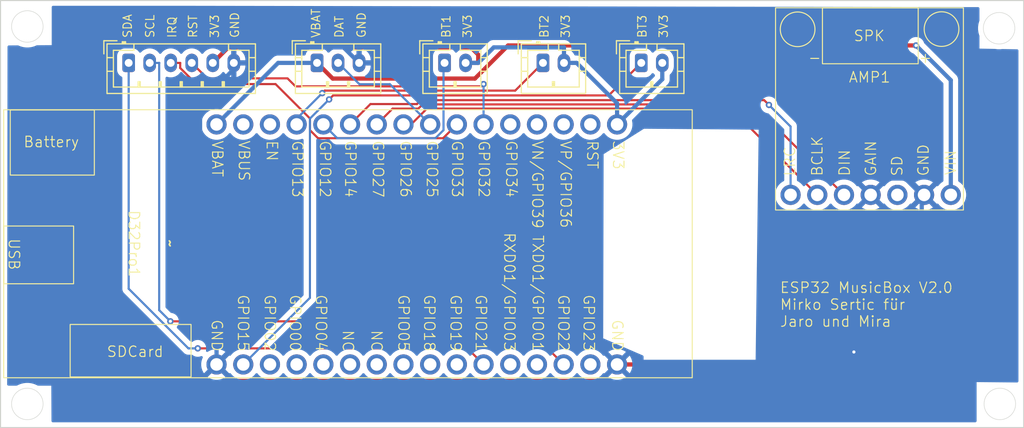
<source format=kicad_pcb>
(kicad_pcb (version 20241229) (generator "pcbnew") (generator_version "9.0")
  (layers (0 "F.Cu" signal) (2 "B.Cu" signal) (13 "F.Paste" user) (15 "B.Paste" user) (5 "F.SilkS" user "F.Silkscreen") (7 "B.SilkS" user "B.Silkscreen") (1 "F.Mask" user) (3 "B.Mask" user) (25 "Edge.Cuts" user))
  (net 0 "")
  (net 1 "3V3")
  (net 2 "/BT1")
  (net 3 "/BT2")
  (net 4 "/BT3")
  (net 5 "GND")
  (net 6 "VBAT")
  (net 7 "/ADR_LED")
  (net 8 "/RFID_IRQ")
  (net 9 "/I2C_SDA")
  (net 10 "/RFID_RST")
  (net 11 "/I2C_SCL")
  (net 12 "/SPI_SCK")
  (net 13 "/SPI_SS")
  (net 14 "/SPI_MOSI")
  (net 15 "/SPI_MISO")
  (net 16 "/I2S_WS")
  (net 17 "/I2S_DIN")
  (net 18 "/I2S_BCK")
  (footprint "Connector_JST:JST_PH_B2B-PH-K_1x02_P2.00mm_Vertical" (layer "F.Cu") (at 132.37 38.94)
    (property "Reference" "BT1Con1" (hide yes))
    (property "Value" "~" (hide yes))
    (fp_line (start -2.36 -2.11) (end -2.36 -0.86) (stroke (width 0.12)) (layer "F.SilkS"))
    (fp_line (start -2.06 -1.81) (end -2.06 2.91) (stroke (width 0.12)) (layer "F.SilkS"))
    (fp_line (start -2.06 -0.5) (end -1.45 -0.5) (stroke (width 0.12)) (layer "F.SilkS"))
    (fp_line (start -2.06 0.8) (end -1.45 0.8) (stroke (width 0.12)) (layer "F.SilkS"))
    (fp_line (start -2.06 2.91) (end 4.06 2.91) (stroke (width 0.12)) (layer "F.SilkS"))
    (fp_line (start -1.45 -1.2) (end -1.45 2.3) (stroke (width 0.12)) (layer "F.SilkS"))
    (fp_line (start -1.45 2.3) (end 3.45 2.3) (stroke (width 0.12)) (layer "F.SilkS"))
    (fp_line (start -1.11 -2.11) (end -2.36 -2.11) (stroke (width 0.12)) (layer "F.SilkS"))
    (fp_line (start -0.6 -2.01) (end -0.6 -1.81) (stroke (width 0.12)) (layer "F.SilkS"))
    (fp_line (start -0.3 -2.01) (end -0.6 -2.01) (stroke (width 0.12)) (layer "F.SilkS"))
    (fp_line (start -0.3 -1.91) (end -0.6 -1.91) (stroke (width 0.12)) (layer "F.SilkS"))
    (fp_line (start -0.3 -1.81) (end -0.3 -2.01) (stroke (width 0.12)) (layer "F.SilkS"))
    (fp_line (start 0.5 -1.81) (end 0.5 -1.2) (stroke (width 0.12)) (layer "F.SilkS"))
    (fp_line (start 0.5 -1.2) (end -1.45 -1.2) (stroke (width 0.12)) (layer "F.SilkS"))
    (fp_line (start 0.9 1.8) (end 1.1 1.8) (stroke (width 0.12)) (layer "F.SilkS"))
    (fp_line (start 0.9 2.3) (end 0.9 1.8) (stroke (width 0.12)) (layer "F.SilkS"))
    (fp_line (start 1 2.3) (end 1 1.8) (stroke (width 0.12)) (layer "F.SilkS"))
    (fp_line (start 1.1 1.8) (end 1.1 2.3) (stroke (width 0.12)) (layer "F.SilkS"))
    (fp_line (start 1.5 -1.2) (end 1.5 -1.81) (stroke (width 0.12)) (layer "F.SilkS"))
    (fp_line (start 3.45 -1.2) (end 1.5 -1.2) (stroke (width 0.12)) (layer "F.SilkS"))
    (fp_line (start 3.45 2.3) (end 3.45 -1.2) (stroke (width 0.12)) (layer "F.SilkS"))
    (fp_line (start 4.06 -1.81) (end -2.06 -1.81) (stroke (width 0.12)) (layer "F.SilkS"))
    (fp_line (start 4.06 -0.5) (end 3.45 -0.5) (stroke (width 0.12)) (layer "F.SilkS"))
    (fp_line (start 4.06 0.8) (end 3.45 0.8) (stroke (width 0.12)) (layer "F.SilkS"))
    (fp_line (start 4.06 2.91) (end 4.06 -1.81) (stroke (width 0.12)) (layer "F.SilkS"))
    (pad "1" thru_hole roundrect (at 0 0) (size 1.2 1.75) (drill 0.75) (layers "*.Cu" "*.Mask") (roundrect_rratio 0.208333) (net 2 "/BT1"))
    (pad "2" thru_hole oval (at 2 0) (size 1.2 1.75) (drill 0.75) (layers "*.Cu" "*.Mask") (net 1 "3V3"))
  )
  (footprint "CustomFootprints:ESPD32Pro" (layer "F.Cu") (at 125.3366 56.0601 -90)
    (property "Reference" "D32Pro1" (at 0.089864 22.506551 270) (layer "F.SilkS") (effects (font (thickness 0.1))))
    (property "Value" "~" (at 0.089864 19.081551 270) (layer "F.SilkS"))
    (fp_rect (start -1.585136 28.256551) (end 3.914864 34.896551) (stroke (width 0.1)) (fill no) (layer "F.SilkS"))
    (fp_rect (start -12.635136 26.281551) (end -6.435136 34.281551) (stroke (width 0.1)) (fill no) (layer "F.SilkS"))
    (fp_rect (start 7.789864 17.081551) (end 12.789864 28.581551) (stroke (width 0.1)) (fill no) (layer "F.SilkS"))
    (fp_rect (start -12.660136 -30.593449) (end 12.864864 34.906551) (stroke (width 0.1)) (fill no) (layer "F.SilkS"))
    (fp_text user "RXD01/GPIO03" (at -1.028231 -12.623449 270) (layer "F.SilkS") (effects (font (thickness 0.1)) (justify left bottom)))
    (fp_text user "VN/GPIO39" (at -9.790136 -15.283449 270) (layer "F.SilkS") (effects (font (thickness 0.1)) (justify left bottom)))
    (fp_text user "GPIO19" (at 4.876531 -7.513449 270) (layer "F.SilkS") (effects (font (thickness 0.1)) (justify left bottom)))
    (fp_text user "RST" (at -9.790136 -20.513449 270) (layer "F.SilkS") (effects (font (thickness 0.1)) (justify left bottom)))
    (fp_text user "VBAT" (at -9.790136 15.166551 270) (layer "F.SilkS") (effects (font (thickness 0.1)) (justify left bottom)))
    (fp_text user "TXD01/GPIO01" (at -0.790136 -15.323449 270) (layer "F.SilkS") (effects (font (thickness 0.1)) (justify left bottom)))
    (fp_text user "GPIO02" (at 4.876531 10.166551 270) (layer "F.SilkS") (effects (font (thickness 0.1)) (justify left bottom)))
    (fp_text user "3V3" (at -9.790136 -22.973449 270) (layer "F.SilkS") (effects (font (thickness 0.1)) (justify left bottom)))
    (fp_text user "GPIO18" (at 4.876531 -5.003449 270) (layer "F.SilkS") (effects (font (thickness 0.1)) (justify left bottom)))
    (fp_text user "VBUS" (at -9.790136 12.626551 270) (layer "F.SilkS") (effects (font (thickness 0.1)) (justify left bottom)))
    (fp_text user "GPIO27" (at -9.790136 -0.123449 270) (layer "F.SilkS") (effects (font (thickness 0.1)) (justify left bottom)))
    (fp_text user "GPIO34" (at -9.790136 -12.803449 270) (layer "F.SilkS") (effects (font (thickness 0.1)) (justify left bottom)))
    (fp_text user "EN" (at -9.790136 9.966551 270) (layer "F.SilkS") (effects (font (thickness 0.1)) (justify left bottom)))
    (fp_text user "GPIO33" (at -9.790136 -7.653449 270) (layer "F.SilkS") (effects (font (thickness 0.1)) (justify left bottom)))
    (fp_text user "GPIO25" (at -9.790136 -5.263449 270) (layer "F.SilkS") (effects (font (thickness 0.1)) (justify left bottom)))
    (fp_text user "GPIO32" (at -9.790136 -10.193449 270) (layer "F.SilkS") (effects (font (thickness 0.1)) (justify left bottom)))
    (fp_text user "GPIO04" (at 4.876531 5.296551 270) (layer "F.SilkS") (effects (font (thickness 0.1)) (justify left bottom)))
    (fp_text user "NC" (at 8.257483 0.016551 270) (layer "F.SilkS") (effects (font (thickness 0.1)) (justify left bottom)))
    (fp_text user "GPIO12" (at -9.790136 4.906551 270) (layer "F.SilkS") (effects (font (thickness 0.1)) (justify left bottom)))
    (fp_text user "GPIO14" (at -9.790136 2.506551 270) (layer "F.SilkS") (effects (font (thickness 0.1)) (justify left bottom)))
    (fp_text user "GPIO26" (at -9.790136 -2.753449 270) (layer "F.SilkS") (effects (font (thickness 0.1)) (justify left bottom)))
    (fp_text user "GPIO15" (at 4.876531 12.706551 270) (layer "F.SilkS") (effects (font (thickness 0.1)) (justify left bottom)))
    (fp_text user "VP/GPIO36" (at -9.790136 -17.973449 270) (layer "F.SilkS") (effects (font (thickness 0.1)) (justify left bottom)))
    (fp_text user "Battery" (at -9.010136 33.081551 0) (layer "F.SilkS") (effects (font (thickness 0.1)) (justify left bottom)))
    (fp_text user "GPIO22" (at 4.876531 -17.763449 270) (layer "F.SilkS") (effects (font (thickness 0.1)) (justify left bottom)))
    (fp_text user "USB" (at -0.460136 34.506551 270) (layer "F.SilkS") (effects (font (thickness 0.1)) (justify left bottom)))
    (fp_text user "NC" (at 8.257483 2.736551 270) (layer "F.SilkS") (effects (font (thickness 0.1)) (justify left bottom)))
    (fp_text user "SDCard" (at 10.964864 25.156551 0) (layer "F.SilkS") (effects (font (thickness 0.1)) (justify left bottom)))
    (fp_text user "GPIO23" (at 4.876531 -20.173449 270) (layer "F.SilkS") (effects (font (thickness 0.1)) (justify left bottom)))
    (fp_text user "GPIO05" (at 4.876531 -2.553449 270) (layer "F.SilkS") (effects (font (thickness 0.1)) (justify left bottom)))
    (fp_text user "GPIO00" (at 4.876531 7.756551 270) (layer "F.SilkS") (effects (font (thickness 0.1)) (justify left bottom)))
    (fp_text user "GPIO13" (at -9.790136 7.536551 270) (layer "F.SilkS") (effects (font (thickness 0.1)) (justify left bottom)))
    (fp_text user "GND" (at 7.257483 -22.893449 270) (layer "F.SilkS") (effects (font (thickness 0.1)) (justify left bottom)))
    (fp_text user "GND" (at 7.257483 15.206551 270) (layer "F.SilkS") (effects (font (thickness 0.1)) (justify left bottom)))
    (fp_text user "GPIO21" (at 4.876531 -9.913449 270) (layer "F.SilkS") (effects (font (thickness 0.1)) (justify left bottom)))
    (pad "1" thru_hole circle (at -11.260136 -23.443449 270) (size 1.92 1.92) (drill 1.2) (layers "*.Cu" "*.Mask") (net 1 "3V3"))
    (pad "2" thru_hole circle (at -11.260136 -20.903449 270) (size 1.92 1.92) (drill 1.2) (layers "*.Cu" "*.Mask"))
    (pad "3" thru_hole circle (at -11.260136 -18.363449 270) (size 1.92 1.92) (drill 1.2) (layers "*.Cu" "*.Mask"))
    (pad "4" thru_hole circle (at -11.260136 -15.823449 270) (size 1.92 1.92) (drill 1.2) (layers "*.Cu" "*.Mask"))
    (pad "5" thru_hole circle (at -11.260136 -13.283449 270) (size 1.92 1.92) (drill 1.2) (layers "*.Cu" "*.Mask"))
    (pad "6" thru_hole circle (at -11.260136 -10.743449 270) (size 1.92 1.92) (drill 1.2) (layers "*.Cu" "*.Mask") (net 10 "/RFID_RST"))
    (pad "7" thru_hole circle (at -11.260136 -8.203449 270) (size 1.92 1.92) (drill 1.2) (layers "*.Cu" "*.Mask") (net 8 "/RFID_IRQ"))
    (pad "8" thru_hole circle (at -11.260136 -5.663449 270) (size 1.92 1.92) (drill 1.2) (layers "*.Cu" "*.Mask") (net 7 "/ADR_LED"))
    (pad "9" thru_hole circle (at -11.260136 -3.123449 270) (size 1.92 1.92) (drill 1.2) (layers "*.Cu" "*.Mask") (net 18 "/I2S_BCK"))
    (pad "10" thru_hole circle (at -11.260136 -0.583449 270) (size 1.92 1.92) (drill 1.2) (layers "*.Cu" "*.Mask") (net 17 "/I2S_DIN"))
    (pad "11" thru_hole circle (at -11.260136 1.956551 270) (size 1.92 1.92) (drill 1.2) (layers "*.Cu" "*.Mask") (net 16 "/I2S_WS"))
    (pad "12" thru_hole circle (at -11.260136 4.496551 270) (size 1.92 1.92) (drill 1.2) (layers "*.Cu" "*.Mask") (net 2 "/BT1"))
    (pad "13" thru_hole circle (at -11.260136 7.036551 270) (size 1.92 1.92) (drill 1.2) (layers "*.Cu" "*.Mask") (net 3 "/BT2"))
    (pad "14" thru_hole circle (at -11.260136 9.576551 270) (size 1.92 1.92) (drill 1.2) (layers "*.Cu" "*.Mask"))
    (pad "15" thru_hole circle (at -11.260136 12.116551 270) (size 1.92 1.92) (drill 1.2) (layers "*.Cu" "*.Mask"))
    (pad "16" thru_hole circle (at -11.260136 14.656551 270) (size 1.92 1.92) (drill 1.2) (layers "*.Cu" "*.Mask") (net 6 "VBAT"))
    (pad "17" thru_hole circle (at 11.599864 -23.443449 270) (size 1.92 1.92) (drill 1.2) (layers "*.Cu" "*.Mask") (net 5 "GND"))
    (pad "18" thru_hole circle (at 11.599864 -20.903449 270) (size 1.92 1.92) (drill 1.2) (layers "*.Cu" "*.Mask") (net 14 "/SPI_MOSI"))
    (pad "19" thru_hole circle (at 11.599864 -18.363449 270) (size 1.92 1.92) (drill 1.2) (layers "*.Cu" "*.Mask") (net 11 "/I2C_SCL"))
    (pad "20" thru_hole circle (at 11.599864 -15.823449 270) (size 1.92 1.92) (drill 1.2) (layers "*.Cu" "*.Mask"))
    (pad "21" thru_hole circle (at 11.599864 -13.283449 270) (size 1.92 1.92) (drill 1.2) (layers "*.Cu" "*.Mask"))
    (pad "22" thru_hole circle (at 11.599864 -10.743449 270) (size 1.92 1.92) (drill 1.2) (layers "*.Cu" "*.Mask") (net 9 "/I2C_SDA"))
    (pad "23" thru_hole circle (at 11.599864 -8.203449 270) (size 1.92 1.92) (drill 1.2) (layers "*.Cu" "*.Mask") (net 15 "/SPI_MISO"))
    (pad "24" thru_hole circle (at 11.599864 -5.663449 270) (size 1.92 1.92) (drill 1.2) (layers "*.Cu" "*.Mask") (net 12 "/SPI_SCK"))
    (pad "25" thru_hole circle (at 11.599864 -3.123449 270) (size 1.92 1.92) (drill 1.2) (layers "*.Cu" "*.Mask"))
    (pad "26" thru_hole circle (at 11.599864 -0.583449 270) (size 1.92 1.92) (drill 1.2) (layers "*.Cu" "*.Mask"))
    (pad "27" thru_hole circle (at 11.599864 1.956551 270) (size 1.92 1.92) (drill 1.2) (layers "*.Cu" "*.Mask"))
    (pad "28" thru_hole circle (at 11.599864 4.496551 270) (size 1.92 1.92) (drill 1.2) (layers "*.Cu" "*.Mask") (net 13 "/SPI_SS"))
    (pad "29" thru_hole circle (at 11.599864 7.036551 270) (size 1.92 1.92) (drill 1.2) (layers "*.Cu" "*.Mask"))
    (pad "30" thru_hole circle (at 11.599864 9.576551 270) (size 1.92 1.92) (drill 1.2) (layers "*.Cu" "*.Mask"))
    (pad "31" thru_hole circle (at 11.599864 12.116551 270) (size 1.92 1.92) (drill 1.2) (layers "*.Cu" "*.Mask") (net 4 "/BT3"))
    (pad "32" thru_hole circle (at 11.599864 14.656551 270) (size 1.92 1.92) (drill 1.2) (layers "*.Cu" "*.Mask") (net 5 "GND"))
  )
  (footprint "CustomFootprints:MAX98357A" (layer "F.Cu") (at 172.905 43.89)
    (property "Reference" "AMP1" (at -0.1 -3.585 0) (layer "F.SilkS") (effects (font (thickness 0.1))))
    (property "Value" "~" (hide yes))
    (fp_rect (start -9.05 -10.2) (end 8.82 9.06) (stroke (width 0.1)) (fill no) (layer "F.SilkS"))
    (fp_rect (start -4.59 -10.2) (end 4.52 -4.87) (stroke (width 0.1)) (fill no) (layer "F.SilkS"))
    (fp_circle (center -6.95 -8.15) (end -5.3 -8.15) (stroke (width 0.1)) (fill no) (layer "F.SilkS"))
    (fp_circle (center 6.74 -8.17) (end 8.39 -8.17) (stroke (width 0.1)) (fill no) (layer "F.SilkS"))
    (fp_text user "-" (at -6.01 -4.87 0) (layer "F.SilkS") (effects (font (thickness 0.1)) (justify left bottom)))
    (fp_text user "DIN" (at -1.9 5.9 90) (layer "F.SilkS") (effects (font (thickness 0.1)) (justify left bottom)))
    (fp_text user "GAIN" (at 0.6 5.9 90) (layer "F.SilkS") (effects (font (thickness 0.1)) (justify left bottom)))
    (fp_text user "+" (at 4.52 -4.87 0) (layer "F.SilkS") (effects (font (thickness 0.1)) (justify left bottom)))
    (fp_text user "LRC" (at -7.1 5.9 90) (layer "F.SilkS") (effects (font (thickness 0.1)) (justify left bottom)))
    (fp_text user "VIN" (at 8.2 5.8 90) (layer "F.SilkS") (effects (font (thickness 0.1)) (justify left bottom)))
    (fp_text user "BCLK" (at -4.5 5.9 90) (layer "F.SilkS") (effects (font (thickness 0.1)) (justify left bottom)))
    (fp_text user "GND" (at 5.6 5.9 90) (layer "F.SilkS") (effects (font (thickness 0.1)) (justify left bottom)))
    (fp_text user "SPK" (at -1.68 -6.94 0) (layer "F.SilkS") (effects (font (thickness 0.1)) (justify left bottom)))
    (fp_text user "SD" (at 3.1 5.9 90) (layer "F.SilkS") (effects (font (thickness 0.1)) (justify left bottom)))
    (pad "1" thru_hole circle (at -7.62 7.62) (size 1.92 1.92) (drill 1.2) (layers "*.Cu" "*.Mask") (net 16 "/I2S_WS"))
    (pad "2" thru_hole circle (at -5.08 7.62) (size 1.92 1.92) (drill 1.2) (layers "*.Cu" "*.Mask") (net 18 "/I2S_BCK"))
    (pad "3" thru_hole circle (at -2.54 7.62) (size 1.92 1.92) (drill 1.2) (layers "*.Cu" "*.Mask") (net 17 "/I2S_DIN"))
    (pad "4" thru_hole circle (at 0 7.62) (size 1.92 1.92) (drill 1.2) (layers "*.Cu" "*.Mask") (net 5 "GND"))
    (pad "5" thru_hole circle (at 2.54 7.62) (size 1.92 1.92) (drill 1.2) (layers "*.Cu" "*.Mask"))
    (pad "6" thru_hole circle (at 5.08 7.62) (size 1.92 1.92) (drill 1.2) (layers "*.Cu" "*.Mask") (net 5 "GND"))
    (pad "7" thru_hole circle (at 7.62 7.62) (size 1.92 1.92) (drill 1.2) (layers "*.Cu" "*.Mask") (net 6 "VBAT"))
  )
  (footprint "Connector_JST:JST_PH_B6B-PH-K_1x06_P2.00mm_Vertical" (layer "F.Cu") (at 102.32 38.94)
    (property "Reference" "RFIDCon1" (hide yes))
    (property "Value" "Conn_01x06_Socket" (hide yes))
    (fp_line (start -2.36 -2.11) (end -2.36 -0.86) (stroke (width 0.12)) (layer "F.SilkS"))
    (fp_line (start -2.06 -1.81) (end -2.06 2.91) (stroke (width 0.12)) (layer "F.SilkS"))
    (fp_line (start -2.06 -0.5) (end -1.45 -0.5) (stroke (width 0.12)) (layer "F.SilkS"))
    (fp_line (start -2.06 0.8) (end -1.45 0.8) (stroke (width 0.12)) (layer "F.SilkS"))
    (fp_line (start -2.06 2.91) (end 12.06 2.91) (stroke (width 0.12)) (layer "F.SilkS"))
    (fp_line (start -1.45 -1.2) (end -1.45 2.3) (stroke (width 0.12)) (layer "F.SilkS"))
    (fp_line (start -1.45 2.3) (end 11.45 2.3) (stroke (width 0.12)) (layer "F.SilkS"))
    (fp_line (start -1.11 -2.11) (end -2.36 -2.11) (stroke (width 0.12)) (layer "F.SilkS"))
    (fp_line (start -0.6 -2.01) (end -0.6 -1.81) (stroke (width 0.12)) (layer "F.SilkS"))
    (fp_line (start -0.3 -2.01) (end -0.6 -2.01) (stroke (width 0.12)) (layer "F.SilkS"))
    (fp_line (start -0.3 -1.91) (end -0.6 -1.91) (stroke (width 0.12)) (layer "F.SilkS"))
    (fp_line (start -0.3 -1.81) (end -0.3 -2.01) (stroke (width 0.12)) (layer "F.SilkS"))
    (fp_line (start 0.5 -1.81) (end 0.5 -1.2) (stroke (width 0.12)) (layer "F.SilkS"))
    (fp_line (start 0.5 -1.2) (end -1.45 -1.2) (stroke (width 0.12)) (layer "F.SilkS"))
    (fp_line (start 0.9 1.8) (end 1.1 1.8) (stroke (width 0.12)) (layer "F.SilkS"))
    (fp_line (start 0.9 2.3) (end 0.9 1.8) (stroke (width 0.12)) (layer "F.SilkS"))
    (fp_line (start 1 2.3) (end 1 1.8) (stroke (width 0.12)) (layer "F.SilkS"))
    (fp_line (start 1.1 1.8) (end 1.1 2.3) (stroke (width 0.12)) (layer "F.SilkS"))
    (fp_line (start 2.9 1.8) (end 3.1 1.8) (stroke (width 0.12)) (layer "F.SilkS"))
    (fp_line (start 2.9 2.3) (end 2.9 1.8) (stroke (width 0.12)) (layer "F.SilkS"))
    (fp_line (start 3 2.3) (end 3 1.8) (stroke (width 0.12)) (layer "F.SilkS"))
    (fp_line (start 3.1 1.8) (end 3.1 2.3) (stroke (width 0.12)) (layer "F.SilkS"))
    (fp_line (start 4.9 1.8) (end 5.1 1.8) (stroke (width 0.12)) (layer "F.SilkS"))
    (fp_line (start 4.9 2.3) (end 4.9 1.8) (stroke (width 0.12)) (layer "F.SilkS"))
    (fp_line (start 5 2.3) (end 5 1.8) (stroke (width 0.12)) (layer "F.SilkS"))
    (fp_line (start 5.1 1.8) (end 5.1 2.3) (stroke (width 0.12)) (layer "F.SilkS"))
    (fp_line (start 6.9 1.8) (end 7.1 1.8) (stroke (width 0.12)) (layer "F.SilkS"))
    (fp_line (start 6.9 2.3) (end 6.9 1.8) (stroke (width 0.12)) (layer "F.SilkS"))
    (fp_line (start 7 2.3) (end 7 1.8) (stroke (width 0.12)) (layer "F.SilkS"))
    (fp_line (start 7.1 1.8) (end 7.1 2.3) (stroke (width 0.12)) (layer "F.SilkS"))
    (fp_line (start 8.9 1.8) (end 9.1 1.8) (stroke (width 0.12)) (layer "F.SilkS"))
    (fp_line (start 8.9 2.3) (end 8.9 1.8) (stroke (width 0.12)) (layer "F.SilkS"))
    (fp_line (start 9 2.3) (end 9 1.8) (stroke (width 0.12)) (layer "F.SilkS"))
    (fp_line (start 9.1 1.8) (end 9.1 2.3) (stroke (width 0.12)) (layer "F.SilkS"))
    (fp_line (start 9.5 -1.2) (end 9.5 -1.81) (stroke (width 0.12)) (layer "F.SilkS"))
    (fp_line (start 11.45 -1.2) (end 9.5 -1.2) (stroke (width 0.12)) (layer "F.SilkS"))
    (fp_line (start 11.45 2.3) (end 11.45 -1.2) (stroke (width 0.12)) (layer "F.SilkS"))
    (fp_line (start 12.06 -1.81) (end -2.06 -1.81) (stroke (width 0.12)) (layer "F.SilkS"))
    (fp_line (start 12.06 -0.5) (end 11.45 -0.5) (stroke (width 0.12)) (layer "F.SilkS"))
    (fp_line (start 12.06 0.8) (end 11.45 0.8) (stroke (width 0.12)) (layer "F.SilkS"))
    (fp_line (start 12.06 2.91) (end 12.06 -1.81) (stroke (width 0.12)) (layer "F.SilkS"))
    (pad "1" thru_hole roundrect (at 0 0) (size 1.2 1.75) (drill 0.75) (layers "*.Cu" "*.Mask") (roundrect_rratio 0.208333) (net 9 "/I2C_SDA"))
    (pad "2" thru_hole oval (at 2 0) (size 1.2 1.75) (drill 0.75) (layers "*.Cu" "*.Mask") (net 11 "/I2C_SCL"))
    (pad "3" thru_hole oval (at 4 0) (size 1.2 1.75) (drill 0.75) (layers "*.Cu" "*.Mask") (net 8 "/RFID_IRQ"))
    (pad "4" thru_hole oval (at 6 0) (size 1.2 1.75) (drill 0.75) (layers "*.Cu" "*.Mask") (net 10 "/RFID_RST"))
    (pad "5" thru_hole oval (at 8 0) (size 1.2 1.75) (drill 0.75) (layers "*.Cu" "*.Mask") (net 1 "3V3"))
    (pad "6" thru_hole oval (at 10 0) (size 1.2 1.75) (drill 0.75) (layers "*.Cu" "*.Mask") (net 5 "GND"))
  )
  (footprint "Connector_JST:JST_PH_B2B-PH-K_1x02_P2.00mm_Vertical" (layer "F.Cu") (at 151.08 38.94)
    (property "Reference" "BT3Con1" (hide yes))
    (property "Value" "~" (hide yes))
    (fp_line (start -2.36 -2.11) (end -2.36 -0.86) (stroke (width 0.12)) (layer "F.SilkS"))
    (fp_line (start -2.06 -1.81) (end -2.06 2.91) (stroke (width 0.12)) (layer "F.SilkS"))
    (fp_line (start -2.06 -0.5) (end -1.45 -0.5) (stroke (width 0.12)) (layer "F.SilkS"))
    (fp_line (start -2.06 0.8) (end -1.45 0.8) (stroke (width 0.12)) (layer "F.SilkS"))
    (fp_line (start -2.06 2.91) (end 4.06 2.91) (stroke (width 0.12)) (layer "F.SilkS"))
    (fp_line (start -1.45 -1.2) (end -1.45 2.3) (stroke (width 0.12)) (layer "F.SilkS"))
    (fp_line (start -1.45 2.3) (end 3.45 2.3) (stroke (width 0.12)) (layer "F.SilkS"))
    (fp_line (start -1.11 -2.11) (end -2.36 -2.11) (stroke (width 0.12)) (layer "F.SilkS"))
    (fp_line (start -0.6 -2.01) (end -0.6 -1.81) (stroke (width 0.12)) (layer "F.SilkS"))
    (fp_line (start -0.3 -2.01) (end -0.6 -2.01) (stroke (width 0.12)) (layer "F.SilkS"))
    (fp_line (start -0.3 -1.91) (end -0.6 -1.91) (stroke (width 0.12)) (layer "F.SilkS"))
    (fp_line (start -0.3 -1.81) (end -0.3 -2.01) (stroke (width 0.12)) (layer "F.SilkS"))
    (fp_line (start 0.5 -1.81) (end 0.5 -1.2) (stroke (width 0.12)) (layer "F.SilkS"))
    (fp_line (start 0.5 -1.2) (end -1.45 -1.2) (stroke (width 0.12)) (layer "F.SilkS"))
    (fp_line (start 0.9 1.8) (end 1.1 1.8) (stroke (width 0.12)) (layer "F.SilkS"))
    (fp_line (start 0.9 2.3) (end 0.9 1.8) (stroke (width 0.12)) (layer "F.SilkS"))
    (fp_line (start 1 2.3) (end 1 1.8) (stroke (width 0.12)) (layer "F.SilkS"))
    (fp_line (start 1.1 1.8) (end 1.1 2.3) (stroke (width 0.12)) (layer "F.SilkS"))
    (fp_line (start 1.5 -1.2) (end 1.5 -1.81) (stroke (width 0.12)) (layer "F.SilkS"))
    (fp_line (start 3.45 -1.2) (end 1.5 -1.2) (stroke (width 0.12)) (layer "F.SilkS"))
    (fp_line (start 3.45 2.3) (end 3.45 -1.2) (stroke (width 0.12)) (layer "F.SilkS"))
    (fp_line (start 4.06 -1.81) (end -2.06 -1.81) (stroke (width 0.12)) (layer "F.SilkS"))
    (fp_line (start 4.06 -0.5) (end 3.45 -0.5) (stroke (width 0.12)) (layer "F.SilkS"))
    (fp_line (start 4.06 0.8) (end 3.45 0.8) (stroke (width 0.12)) (layer "F.SilkS"))
    (fp_line (start 4.06 2.91) (end 4.06 -1.81) (stroke (width 0.12)) (layer "F.SilkS"))
    (pad "1" thru_hole roundrect (at 0 0) (size 1.2 1.75) (drill 0.75) (layers "*.Cu" "*.Mask") (roundrect_rratio 0.208333) (net 4 "/BT3"))
    (pad "2" thru_hole oval (at 2 0) (size 1.2 1.75) (drill 0.75) (layers "*.Cu" "*.Mask") (net 1 "3V3"))
  )
  (footprint "Connector_JST:JST_PH_B3B-PH-K_1x03_P2.00mm_Vertical" (layer "F.Cu") (at 120.24 38.94)
    (property "Reference" "NeoPixelCon1" (hide yes))
    (property "Value" "~" (hide yes))
    (fp_line (start -2.36 -2.11) (end -2.36 -0.86) (stroke (width 0.12)) (layer "F.SilkS"))
    (fp_line (start -2.06 -1.81) (end -2.06 2.91) (stroke (width 0.12)) (layer "F.SilkS"))
    (fp_line (start -2.06 -0.5) (end -1.45 -0.5) (stroke (width 0.12)) (layer "F.SilkS"))
    (fp_line (start -2.06 0.8) (end -1.45 0.8) (stroke (width 0.12)) (layer "F.SilkS"))
    (fp_line (start -2.06 2.91) (end 6.06 2.91) (stroke (width 0.12)) (layer "F.SilkS"))
    (fp_line (start -1.45 -1.2) (end -1.45 2.3) (stroke (width 0.12)) (layer "F.SilkS"))
    (fp_line (start -1.45 2.3) (end 5.45 2.3) (stroke (width 0.12)) (layer "F.SilkS"))
    (fp_line (start -1.11 -2.11) (end -2.36 -2.11) (stroke (width 0.12)) (layer "F.SilkS"))
    (fp_line (start -0.6 -2.01) (end -0.6 -1.81) (stroke (width 0.12)) (layer "F.SilkS"))
    (fp_line (start -0.3 -2.01) (end -0.6 -2.01) (stroke (width 0.12)) (layer "F.SilkS"))
    (fp_line (start -0.3 -1.91) (end -0.6 -1.91) (stroke (width 0.12)) (layer "F.SilkS"))
    (fp_line (start -0.3 -1.81) (end -0.3 -2.01) (stroke (width 0.12)) (layer "F.SilkS"))
    (fp_line (start 0.5 -1.81) (end 0.5 -1.2) (stroke (width 0.12)) (layer "F.SilkS"))
    (fp_line (start 0.5 -1.2) (end -1.45 -1.2) (stroke (width 0.12)) (layer "F.SilkS"))
    (fp_line (start 0.9 1.8) (end 1.1 1.8) (stroke (width 0.12)) (layer "F.SilkS"))
    (fp_line (start 0.9 2.3) (end 0.9 1.8) (stroke (width 0.12)) (layer "F.SilkS"))
    (fp_line (start 1 2.3) (end 1 1.8) (stroke (width 0.12)) (layer "F.SilkS"))
    (fp_line (start 1.1 1.8) (end 1.1 2.3) (stroke (width 0.12)) (layer "F.SilkS"))
    (fp_line (start 2.9 1.8) (end 3.1 1.8) (stroke (width 0.12)) (layer "F.SilkS"))
    (fp_line (start 2.9 2.3) (end 2.9 1.8) (stroke (width 0.12)) (layer "F.SilkS"))
    (fp_line (start 3 2.3) (end 3 1.8) (stroke (width 0.12)) (layer "F.SilkS"))
    (fp_line (start 3.1 1.8) (end 3.1 2.3) (stroke (width 0.12)) (layer "F.SilkS"))
    (fp_line (start 3.5 -1.2) (end 3.5 -1.81) (stroke (width 0.12)) (layer "F.SilkS"))
    (fp_line (start 5.45 -1.2) (end 3.5 -1.2) (stroke (width 0.12)) (layer "F.SilkS"))
    (fp_line (start 5.45 2.3) (end 5.45 -1.2) (stroke (width 0.12)) (layer "F.SilkS"))
    (fp_line (start 6.06 -1.81) (end -2.06 -1.81) (stroke (width 0.12)) (layer "F.SilkS"))
    (fp_line (start 6.06 -0.5) (end 5.45 -0.5) (stroke (width 0.12)) (layer "F.SilkS"))
    (fp_line (start 6.06 0.8) (end 5.45 0.8) (stroke (width 0.12)) (layer "F.SilkS"))
    (fp_line (start 6.06 2.91) (end 6.06 -1.81) (stroke (width 0.12)) (layer "F.SilkS"))
    (pad "1" thru_hole roundrect (at 0 0) (size 1.2 1.75) (drill 0.75) (layers "*.Cu" "*.Mask") (roundrect_rratio 0.208333) (net 6 "VBAT"))
    (pad "2" thru_hole oval (at 2 0) (size 1.2 1.75) (drill 0.75) (layers "*.Cu" "*.Mask") (net 7 "/ADR_LED"))
    (pad "3" thru_hole oval (at 4 0) (size 1.2 1.75) (drill 0.75) (layers "*.Cu" "*.Mask") (net 5 "GND"))
  )
  (footprint "Connector_JST:JST_PH_B2B-PH-K_1x02_P2.00mm_Vertical" (layer "F.Cu") (at 141.73 38.94)
    (property "Reference" "BT2Con1" (hide yes))
    (property "Value" "~" (hide yes))
    (fp_line (start -2.36 -2.11) (end -2.36 -0.86) (stroke (width 0.12)) (layer "F.SilkS"))
    (fp_line (start -2.06 -1.81) (end -2.06 2.91) (stroke (width 0.12)) (layer "F.SilkS"))
    (fp_line (start -2.06 -0.5) (end -1.45 -0.5) (stroke (width 0.12)) (layer "F.SilkS"))
    (fp_line (start -2.06 0.8) (end -1.45 0.8) (stroke (width 0.12)) (layer "F.SilkS"))
    (fp_line (start -2.06 2.91) (end 4.06 2.91) (stroke (width 0.12)) (layer "F.SilkS"))
    (fp_line (start -1.45 -1.2) (end -1.45 2.3) (stroke (width 0.12)) (layer "F.SilkS"))
    (fp_line (start -1.45 2.3) (end 3.45 2.3) (stroke (width 0.12)) (layer "F.SilkS"))
    (fp_line (start -1.11 -2.11) (end -2.36 -2.11) (stroke (width 0.12)) (layer "F.SilkS"))
    (fp_line (start -0.6 -2.01) (end -0.6 -1.81) (stroke (width 0.12)) (layer "F.SilkS"))
    (fp_line (start -0.3 -2.01) (end -0.6 -2.01) (stroke (width 0.12)) (layer "F.SilkS"))
    (fp_line (start -0.3 -1.91) (end -0.6 -1.91) (stroke (width 0.12)) (layer "F.SilkS"))
    (fp_line (start -0.3 -1.81) (end -0.3 -2.01) (stroke (width 0.12)) (layer "F.SilkS"))
    (fp_line (start 0.5 -1.81) (end 0.5 -1.2) (stroke (width 0.12)) (layer "F.SilkS"))
    (fp_line (start 0.5 -1.2) (end -1.45 -1.2) (stroke (width 0.12)) (layer "F.SilkS"))
    (fp_line (start 0.9 1.8) (end 1.1 1.8) (stroke (width 0.12)) (layer "F.SilkS"))
    (fp_line (start 0.9 2.3) (end 0.9 1.8) (stroke (width 0.12)) (layer "F.SilkS"))
    (fp_line (start 1 2.3) (end 1 1.8) (stroke (width 0.12)) (layer "F.SilkS"))
    (fp_line (start 1.1 1.8) (end 1.1 2.3) (stroke (width 0.12)) (layer "F.SilkS"))
    (fp_line (start 1.5 -1.2) (end 1.5 -1.81) (stroke (width 0.12)) (layer "F.SilkS"))
    (fp_line (start 3.45 -1.2) (end 1.5 -1.2) (stroke (width 0.12)) (layer "F.SilkS"))
    (fp_line (start 3.45 2.3) (end 3.45 -1.2) (stroke (width 0.12)) (layer "F.SilkS"))
    (fp_line (start 4.06 -1.81) (end -2.06 -1.81) (stroke (width 0.12)) (layer "F.SilkS"))
    (fp_line (start 4.06 -0.5) (end 3.45 -0.5) (stroke (width 0.12)) (layer "F.SilkS"))
    (fp_line (start 4.06 0.8) (end 3.45 0.8) (stroke (width 0.12)) (layer "F.SilkS"))
    (fp_line (start 4.06 2.91) (end 4.06 -1.81) (stroke (width 0.12)) (layer "F.SilkS"))
    (pad "1" thru_hole roundrect (at 0 0) (size 1.2 1.75) (drill 0.75) (layers "*.Cu" "*.Mask") (roundrect_rratio 0.208333) (net 3 "/BT2"))
    (pad "2" thru_hole oval (at 2 0) (size 1.2 1.75) (drill 0.75) (layers "*.Cu" "*.Mask") (net 1 "3V3"))
  )
  (gr_circle (center 92.68 71.42) (end 94.18 71.42) (stroke (width 0.05)) (fill no) (layer "Edge.Cuts"))
  (gr_circle (center 185.19 71.42) (end 186.69 71.42) (stroke (width 0.05)) (fill no) (layer "Edge.Cuts"))
  (gr_circle (center 92.68 35.47) (end 94.18 35.47) (stroke (width 0.05)) (fill no) (layer "Edge.Cuts"))
  (gr_rect (start 90.13 33) (end 187.46 73.67) (stroke (width 0.1)) (fill no) (layer "Edge.Cuts"))
  (gr_circle (center 185.12 35.64) (end 186.62 35.64) (stroke (width 0.05)) (fill no) (layer "Edge.Cuts"))
  (gr_text "SDA" (at 102.68 36.62 90) (layer "F.SilkS") (effects (font (size 0.8 0.8) (thickness 0.1)) (justify left bottom)))
  (gr_text "BT2" (at 142.32 36.62 90) (layer "F.SilkS") (effects (font (size 0.8 0.8) (thickness 0.1)) (justify left bottom)))
  (gr_text "3V3" (at 110.97 36.62 90) (layer "F.SilkS") (effects (font (size 0.8 0.8) (thickness 0.1)) (justify left bottom)))
  (gr_text "DAT" (at 122.82 36.62 90) (layer "F.SilkS") (effects (font (size 0.8 0.8) (thickness 0.1)) (justify left bottom)))
  (gr_text "GND" (at 112.88 36.62 90) (layer "F.SilkS") (effects (font (size 0.8 0.8) (thickness 0.1)) (justify left bottom)))
  (gr_text "VBAT" (at 120.6 36.62 90) (layer "F.SilkS") (effects (font (size 0.8 0.8) (thickness 0.1)) (justify left bottom)))
  (gr_text "GND" (at 124.93 36.62 90) (layer "F.SilkS") (effects (font (size 0.8 0.8) (thickness 0.1)) (justify left bottom)))
  (gr_text "BT3" (at 151.64 36.62 90) (layer "F.SilkS") (effects (font (size 0.8 0.8) (thickness 0.1)) (justify left bottom)))
  (gr_text "BT1" (at 132.99 36.62 90) (layer "F.SilkS") (effects (font (size 0.8 0.8) (thickness 0.1)) (justify left bottom)))
  (gr_text "IRQ" (at 106.92 36.62 90) (layer "F.SilkS") (effects (font (size 0.8 0.8) (thickness 0.1)) (justify left bottom)))
  (gr_text "SCL" (at 104.82 36.62 90) (layer "F.SilkS") (effects (font (size 0.8 0.8) (thickness 0.1)) (justify left bottom)))
  (gr_text "3V3" (at 135.02 36.62 90) (layer "F.SilkS") (effects (font (size 0.8 0.8) (thickness 0.1)) (justify left bottom)))
  (gr_text "3V3" (at 144.35 36.62 90) (layer "F.SilkS") (effects (font (size 0.8 0.8) (thickness 0.1)) (justify left bottom)))
  (gr_text "3V3" (at 153.67 36.62 90) (layer "F.SilkS") (effects (font (size 0.8 0.8) (thickness 0.1)) (justify left bottom)))
  (gr_text "ESP32 MusicBox V2.0\nMirko Sertic für \nJaro und Mira" (at 164.22 64.15 0) (layer "F.SilkS") (effects (font (size 1 1) (thickness 0.1)) (justify left bottom)))
  (gr_text "RST" (at 108.9 36.62 90) (layer "F.SilkS") (effects (font (size 0.8 0.8) (thickness 0.1)) (justify left bottom)))
  (segment (start 111.7987 37.4613) (end 134.8741 37.4613) (width 0.4) (layer "F.Cu") (net 1))
  (segment (start 110.32 38.94) (end 111.7987 37.4613) (width 0.4) (layer "F.Cu") (net 1))
  (segment (start 135.5717 38.1589) (end 135.5717 38.94) (width 0.4) (layer "F.Cu") (net 1))
  (segment (start 134.8741 37.4613) (end 135.5717 38.1589) (width 0.4) (layer "F.Cu") (net 1))
  (segment (start 134.37 38.94) (end 135.5717 38.94) (width 0.4) (layer "F.Cu") (net 1))
  (segment (start 135.5717 38.94) (end 137.0496 37.4621) (width 0.4) (layer "B.Cu") (net 1))
  (segment (start 153.08 38.94) (end 153.08 40.5) (width 0.4) (layer "B.Cu") (net 1))
  (segment (start 143.73 38.94) (end 143.73 37.4633) (width 0.4) (layer "B.Cu") (net 1))
  (segment (start 153.08 40.5) (end 148.78 44.8) (width 0.4) (layer "B.Cu") (net 1))
  (segment (start 143.73 38.94) (end 144.9317 38.94) (width 0.4) (layer "B.Cu") (net 1))
  (segment (start 148.78 44.8) (end 148.78 42.7883) (width 0.4) (layer "B.Cu") (net 1))
  (segment (start 148.78 42.7883) (end 144.9317 38.94) (width 0.4) (layer "B.Cu") (net 1))
  (segment (start 143.7288 37.4621) (end 143.73 37.4633) (width 0.4) (layer "B.Cu") (net 1))
  (segment (start 137.0496 37.4621) (end 143.7288 37.4621) (width 0.4) (layer "B.Cu") (net 1))
  (segment (start 134.37 38.94) (end 135.5717 38.94) (width 0.4) (layer "B.Cu") (net 1))
  (segment (start 132.2701 45.3442) (end 132.2701 39.0399) (width 0.2) (layer "B.Cu") (net 2))
  (segment (start 132.2701 39.0399) (end 132.37 38.94) (width 0.2) (layer "B.Cu") (net 2))
  (segment (start 120.8401 44.8) (end 122.152 46.1119) (width 0.2) (layer "B.Cu") (net 2))
  (segment (start 131.5024 46.1119) (end 132.2701 45.3442) (width 0.2) (layer "B.Cu") (net 2))
  (segment (start 122.152 46.1119) (end 131.5024 46.1119) (width 0.2) (layer "B.Cu") (net 2))
  (segment (start 139.0912 41.5788) (end 120.9739 41.5788) (width 0.2) (layer "F.Cu") (net 3))
  (segment (start 120.9739 41.5788) (end 120.7337 41.819) (width 0.2) (layer "F.Cu") (net 3))
  (segment (start 141.73 38.94) (end 139.0912 41.5788) (width 0.2) (layer "F.Cu") (net 3))
  (via (at 120.7337 41.819) (size 0.6) (drill 0.3) (layers "F.Cu" "B.Cu") (net 3))
  (segment (start 118.3001 44.2526) (end 120.7637 41.789) (width 0.2) (layer "B.Cu") (net 3))
  (segment (start 120.7637 41.789) (end 120.7337 41.819) (width 0.2) (layer "B.Cu") (net 3))
  (segment (start 118.3001 44.8) (end 118.3001 44.2526) (width 0.2) (layer "B.Cu") (net 3))
  (segment (start 121.3851 42.4207) (end 121.7669 42.0389) (width 0.2) (layer "F.Cu") (net 4))
  (segment (start 147.9811 42.0389) (end 151.08 38.94) (width 0.2) (layer "F.Cu") (net 4))
  (segment (start 121.7669 42.0389) (end 147.9811 42.0389) (width 0.2) (layer "F.Cu") (net 4))
  (via (at 121.3851 42.4207) (size 0.6) (drill 0.3) (layers "F.Cu" "B.Cu") (net 4))
  (segment (start 119.5618 44.244) (end 121.3851 42.4207) (width 0.2) (layer "B.Cu") (net 4))
  (segment (start 113.22 67.66) (end 119.5618 61.3182) (width 0.2) (layer "B.Cu") (net 4))
  (segment (start 119.5618 61.3182) (end 119.5618 44.244) (width 0.2) (layer "B.Cu") (net 4))
  (segment (start 148.78 67.66) (end 170.118 67.66) (width 0.4) (layer "F.Cu") (net 5))
  (segment (start 148.78 67.66) (end 147.2103 69.2297) (width 0.4) (layer "F.Cu") (net 5))
  (segment (start 170.118 67.66) (end 171.3063 66.4717) (width 0.4) (layer "F.Cu") (net 5))
  (segment (start 147.2103 69.2297) (end 112.2497 69.2297) (width 0.4) (layer "F.Cu") (net 5))
  (segment (start 112.2497 69.2297) (end 110.68 67.66) (width 0.4) (layer "F.Cu") (net 5))
  (via (at 171.3063 66.4717) (size 0.6) (drill 0.3) (layers "F.Cu" "B.Cu") (net 5))
  (segment (start 177.7601 60.0179) (end 171.3063 66.4717) (width 0.4) (layer "B.Cu") (net 5))
  (segment (start 174.4672 49.9478) (end 172.905 51.51) (width 0.4) (layer "B.Cu") (net 5))
  (segment (start 122.7597 37.4597) (end 124.24 38.94) (width 0.4) (layer "B.Cu") (net 5))
  (segment (start 177.7601 51.51) (end 177.7601 60.0179) (width 0.4) (layer "B.Cu") (net 5))
  (segment (start 109.111 64.0434) (end 110.68 65.6124) (width 0.4) (layer "B.Cu") (net 5))
  (segment (start 112.9209 38.94) (end 109.111 42.7499) (width 0.4) (layer "B.Cu") (net 5))
  (segment (start 110.68 65.6124) (end 110.68 67.66) (width 0.4) (layer "B.Cu") (net 5))
  (segment (start 109.111 42.7499) (end 109.111 64.0434) (width 0.4) (layer "B.Cu") (net 5))
  (segment (start 177.985 51.51) (end 177.7601 51.51) (width 0.4) (layer "B.Cu") (net 5))
  (segment (start 177.7601 51.51) (end 176.1979 49.9478) (width 0.4) (layer "B.Cu") (net 5))
  (segment (start 112.32 38.94) (end 112.9209 38.94) (width 0.4) (layer "B.Cu") (net 5))
  (segment (start 176.1979 49.9478) (end 174.4672 49.9478) (width 0.4) (layer "B.Cu") (net 5))
  (segment (start 112.9209 38.94) (end 113.5217 38.94) (width 0.4) (layer "B.Cu") (net 5))
  (segment (start 115.002 37.4597) (end 122.7597 37.4597) (width 0.4) (layer "B.Cu") (net 5))
  (segment (start 113.5217 38.94) (end 115.002 37.4597) (width 0.4) (layer "B.Cu") (net 5))
  (segment (start 135.2573 40.4346) (end 121.7346 40.4346) (width 0.4) (layer "F.Cu") (net 6))
  (segment (start 121.7346 40.4346) (end 120.24 38.94) (width 0.4) (layer "F.Cu") (net 6))
  (segment (start 177.2173 37.2787) (end 138.4132 37.2787) (width 0.4) (layer "F.Cu") (net 6))
  (segment (start 138.4132 37.2787) (end 135.2573 40.4346) (width 0.4) (layer "F.Cu") (net 6))
  (via (at 177.2173 37.2787) (size 0.6) (drill 0.3) (layers "F.Cu" "B.Cu") (net 6))
  (segment (start 120.24 38.94) (end 116.54 38.94) (width 0.4) (layer "B.Cu") (net 6))
  (segment (start 116.54 38.94) (end 110.68 44.8) (width 0.4) (layer "B.Cu") (net 6))
  (segment (start 180.525 51.51) (end 180.525 40.5864) (width 0.4) (layer "B.Cu") (net 6))
  (segment (start 180.525 40.5864) (end 177.2173 37.2787) (width 0.4) (layer "B.Cu") (net 6))
  (segment (start 131.0001 44.8) (end 127.1695 40.9694) (width 0.2) (layer "B.Cu") (net 7))
  (segment (start 124.2694 40.9694) (end 122.24 38.94) (width 0.2) (layer "B.Cu") (net 7))
  (segment (start 127.1695 40.9694) (end 124.2694 40.9694) (width 0.2) (layer "B.Cu") (net 7))
  (segment (start 108.7519 40.9567) (end 116.2899 40.9567) (width 0.2) (layer "F.Cu") (net 8))
  (segment (start 120.3321 46.1134) (end 132.2267 46.1134) (width 0.2) (layer "F.Cu") (net 8))
  (segment (start 107.2217 39.4265) (end 108.7519 40.9567) (width 0.2) (layer "F.Cu") (net 8))
  (segment (start 119.5702 44.237) (end 119.5702 45.3515) (width 0.2) (layer "F.Cu") (net 8))
  (segment (start 107.2217 38.94) (end 107.2217 39.4265) (width 0.2) (layer "F.Cu") (net 8))
  (segment (start 106.32 38.94) (end 107.2217 38.94) (width 0.2) (layer "F.Cu") (net 8))
  (segment (start 132.2267 46.1134) (end 133.5401 44.8) (width 0.2) (layer "F.Cu") (net 8))
  (segment (start 116.2899 40.9567) (end 119.5702 44.237) (width 0.2) (layer "F.Cu") (net 8))
  (segment (start 119.5702 45.3515) (end 120.3321 46.1134) (width 0.2) (layer "F.Cu") (net 8))
  (segment (start 108.8917 66.1276) (end 134.5476 66.1276) (width 0.2) (layer "F.Cu") (net 9))
  (segment (start 134.5476 66.1276) (end 136.08 67.66) (width 0.2) (layer "F.Cu") (net 9))
  (via (at 108.8917 66.1276) (size 0.6) (drill 0.3) (layers "F.Cu" "B.Cu") (net 9))
  (segment (start 108.0003 66.1276) (end 102.32 60.4473) (width 0.2) (layer "B.Cu") (net 9))
  (segment (start 108.0003 66.1276) (end 108.8917 66.1276) (width 0.2) (layer "B.Cu") (net 9))
  (segment (start 102.32 60.4473) (end 102.32 38.94) (width 0.2) (layer "B.Cu") (net 9))
  (segment (start 135.8604 41.1771) (end 118.1917 41.1771) (width 0.2) (layer "F.Cu") (net 10))
  (segment (start 117.4284 40.4138) (end 109.7938 40.4138) (width 0.2) (layer "F.Cu") (net 10))
  (segment (start 136.08 40.9575) (end 135.8604 41.1771) (width 0.2) (layer "F.Cu") (net 10))
  (segment (start 109.7938 40.4138) (end 108.32 38.94) (width 0.2) (layer "F.Cu") (net 10))
  (segment (start 118.1917 41.1771) (end 117.4284 40.4138) (width 0.2) (layer "F.Cu") (net 10))
  (via (at 136.08 40.9575) (size 0.6) (drill 0.3) (layers "F.Cu" "B.Cu") (net 10))
  (segment (start 136.08 44.8) (end 136.08 40.9575) (width 0.2) (layer "B.Cu") (net 10))
  (segment (start 139.5924 63.5524) (end 143.7 67.66) (width 0.2) (layer "F.Cu") (net 11))
  (segment (start 106.2853 63.5524) (end 106.2869 63.5524) (width 0.2) (layer "F.Cu") (net 11))
  (segment (start 106.2853 63.5524) (end 139.5924 63.5524) (width 0.2) (layer "F.Cu") (net 11))
  (via (at 106.2869 63.5524) (size 0.6) (drill 0.3) (layers "F.Cu" "B.Cu") (net 11))
  (segment (start 105.2233 62.4888) (end 105.2233 38.9415) (width 0.2) (layer "B.Cu") (net 11))
  (segment (start 105.2232 38.9415) (end 105.2217 38.94) (width 0.2) (layer "B.Cu") (net 11))
  (segment (start 105.2233 38.9415) (end 105.2232 38.9415) (width 0.2) (layer "B.Cu") (net 11))
  (segment (start 104.32 38.94) (end 105.2217 38.94) (width 0.2) (layer "B.Cu") (net 11))
  (segment (start 106.2869 63.5524) (end 105.2233 62.4888) (width 0.2) (layer "B.Cu") (net 11))
  (segment (start 130.1115 42.4908) (end 162.7724 42.4908) (width 0.2) (layer "F.Cu") (net 16))
  (segment (start 125.3192 42.8609) (end 129.7414 42.8609) (width 0.2) (layer "F.Cu") (net 16))
  (segment (start 123.3801 44.8) (end 125.3192 42.8609) (width 0.2) (layer "F.Cu") (net 16))
  (segment (start 129.7414 42.8609) (end 130.1115 42.4908) (width 0.2) (layer "F.Cu") (net 16))
  (segment (start 162.7724 42.4908) (end 163.2256 42.944) (width 0.2) (layer "F.Cu") (net 16))
  (via (at 163.2256 42.944) (size 0.6) (drill 0.3) (layers "F.Cu" "B.Cu") (net 16))
  (segment (start 163.2256 42.944) (end 165.285 45.0034) (width 0.2) (layer "B.Cu") (net 16))
  (segment (start 165.285 45.0034) (end 165.285 51.51) (width 0.2) (layer "B.Cu") (net 16))
  (segment (start 161.749 42.894) (end 170.365 51.51) (width 0.2) (layer "F.Cu") (net 17))
  (segment (start 125.92 44.8) (end 127.4258 43.2942) (width 0.2) (layer "F.Cu") (net 17))
  (segment (start 129.8762 43.2942) (end 130.2764 42.894) (width 0.2) (layer "F.Cu") (net 17))
  (segment (start 127.4258 43.2942) (end 129.8762 43.2942) (width 0.2) (layer "F.Cu") (net 17))
  (segment (start 130.2764 42.894) (end 161.749 42.894) (width 0.2) (layer "F.Cu") (net 17))
  (segment (start 159.6107 43.2957) (end 167.825 51.51) (width 0.2) (layer "F.Cu") (net 18))
  (segment (start 129.184 44.8) (end 130.6883 43.2957) (width 0.2) (layer "F.Cu") (net 18))
  (segment (start 128.4601 44.8) (end 129.184 44.8) (width 0.2) (layer "F.Cu") (net 18))
  (segment (start 130.6883 43.2957) (end 159.6107 43.2957) (width 0.2) (layer "F.Cu") (net 18))
  (zone (net 5) (net_name "GND") (layer "B.Cu") (connect_pads (clearance 0.5)) (min_thickness 0.25) (fill yes (thermal_gap 0.5) (thermal_bridge_width 0.5))
    (polygon (pts (xy 183.25 33.63) (xy 183.25 37.58) (xy 187.103212 37.649696) (xy 187.207505 69.378695) (xy 182.98 69.34) (xy 182.98 73.182636) (xy 151.08 73.25) (xy 151 67.21) (xy 157 67.21) (xy 161.96 67.21) (xy 162.25 45.3) (xy 151.34 45.21) (xy 147.5 47.63) (xy 147.46 65.17) (xy 151.3 66.83) (xy 151.339951 73.20231) (xy 94.979653 73.237357) (xy 94.96 69.68) (xy 90.76 69.68) (xy 90.795762 37.279468) (xy 95 37.25) (xy 95 33.48)))
  )
)
</source>
